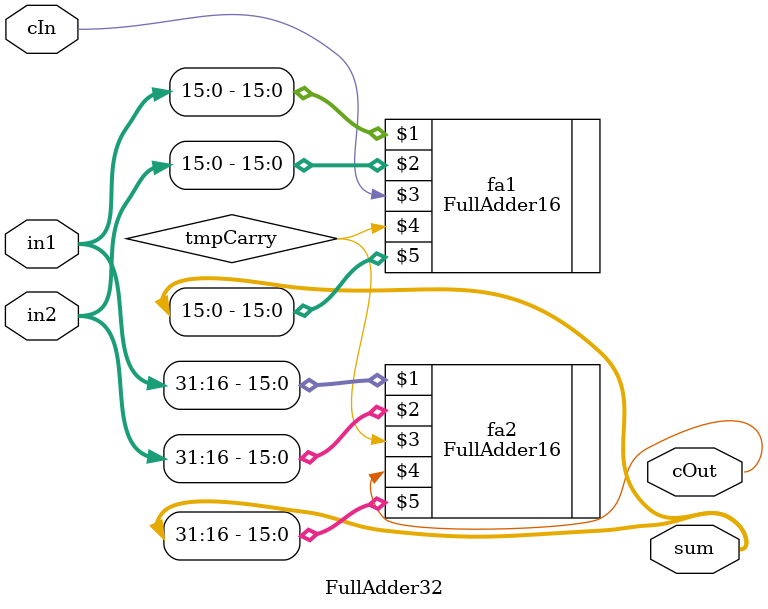
<source format=v>
`timescale 1ns / 1ps
module FullAdder32(
	input [31:0]in1,
	input [31:0]in2, 
	input cIn, 
	output cOut, 
	output [31:0] sum);
	
	wire tmpCarry; //inside carry
	
	FullAdder16 fa1(in1[15:0], in2[15:0], cIn, tmpCarry, sum[15:0]);
	FullAdder16 fa2(in1[31:16], in2[31:16], tmpCarry, cOut, sum[31:16]);


endmodule

</source>
